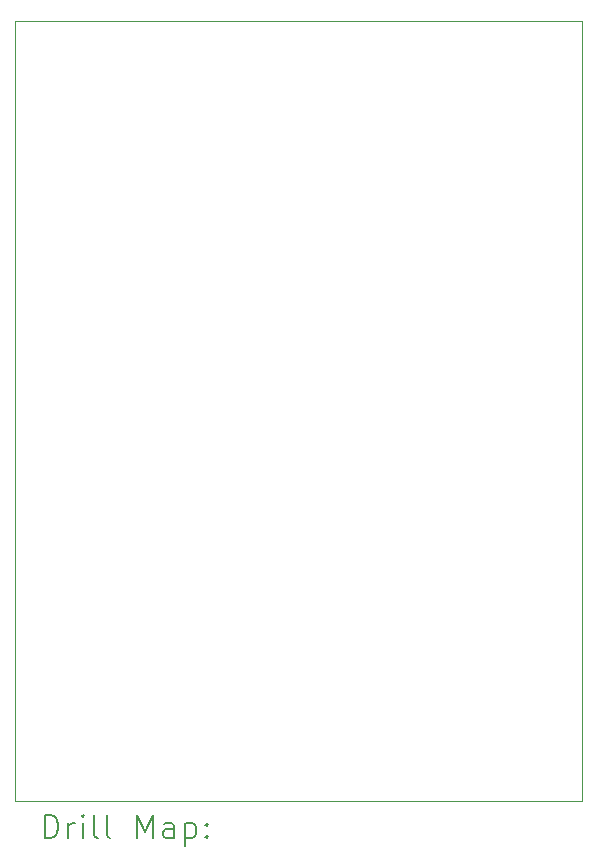
<source format=gbr>
%TF.GenerationSoftware,KiCad,Pcbnew,(6.0.11)*%
%TF.CreationDate,2024-12-29T21:25:45+02:00*%
%TF.ProjectId,LEDdice,4c454464-6963-4652-9e6b-696361645f70,rev?*%
%TF.SameCoordinates,Original*%
%TF.FileFunction,Drillmap*%
%TF.FilePolarity,Positive*%
%FSLAX45Y45*%
G04 Gerber Fmt 4.5, Leading zero omitted, Abs format (unit mm)*
G04 Created by KiCad (PCBNEW (6.0.11)) date 2024-12-29 21:25:45*
%MOMM*%
%LPD*%
G01*
G04 APERTURE LIST*
%ADD10C,0.100000*%
%ADD11C,0.200000*%
G04 APERTURE END LIST*
D10*
X16000000Y-11700000D02*
X16000000Y-5100000D01*
X20800000Y-5100000D02*
X20800000Y-11700000D01*
X16000000Y-5100000D02*
X20800000Y-5100000D01*
X20800000Y-11700000D02*
X16000000Y-11700000D01*
D11*
X16252619Y-12015476D02*
X16252619Y-11815476D01*
X16300238Y-11815476D01*
X16328809Y-11825000D01*
X16347857Y-11844048D01*
X16357381Y-11863095D01*
X16366905Y-11901190D01*
X16366905Y-11929762D01*
X16357381Y-11967857D01*
X16347857Y-11986905D01*
X16328809Y-12005952D01*
X16300238Y-12015476D01*
X16252619Y-12015476D01*
X16452619Y-12015476D02*
X16452619Y-11882143D01*
X16452619Y-11920238D02*
X16462143Y-11901190D01*
X16471667Y-11891667D01*
X16490714Y-11882143D01*
X16509762Y-11882143D01*
X16576428Y-12015476D02*
X16576428Y-11882143D01*
X16576428Y-11815476D02*
X16566905Y-11825000D01*
X16576428Y-11834524D01*
X16585952Y-11825000D01*
X16576428Y-11815476D01*
X16576428Y-11834524D01*
X16700238Y-12015476D02*
X16681190Y-12005952D01*
X16671667Y-11986905D01*
X16671667Y-11815476D01*
X16805000Y-12015476D02*
X16785952Y-12005952D01*
X16776428Y-11986905D01*
X16776428Y-11815476D01*
X17033571Y-12015476D02*
X17033571Y-11815476D01*
X17100238Y-11958333D01*
X17166905Y-11815476D01*
X17166905Y-12015476D01*
X17347857Y-12015476D02*
X17347857Y-11910714D01*
X17338333Y-11891667D01*
X17319286Y-11882143D01*
X17281190Y-11882143D01*
X17262143Y-11891667D01*
X17347857Y-12005952D02*
X17328810Y-12015476D01*
X17281190Y-12015476D01*
X17262143Y-12005952D01*
X17252619Y-11986905D01*
X17252619Y-11967857D01*
X17262143Y-11948809D01*
X17281190Y-11939286D01*
X17328810Y-11939286D01*
X17347857Y-11929762D01*
X17443095Y-11882143D02*
X17443095Y-12082143D01*
X17443095Y-11891667D02*
X17462143Y-11882143D01*
X17500238Y-11882143D01*
X17519286Y-11891667D01*
X17528810Y-11901190D01*
X17538333Y-11920238D01*
X17538333Y-11977381D01*
X17528810Y-11996428D01*
X17519286Y-12005952D01*
X17500238Y-12015476D01*
X17462143Y-12015476D01*
X17443095Y-12005952D01*
X17624048Y-11996428D02*
X17633571Y-12005952D01*
X17624048Y-12015476D01*
X17614524Y-12005952D01*
X17624048Y-11996428D01*
X17624048Y-12015476D01*
X17624048Y-11891667D02*
X17633571Y-11901190D01*
X17624048Y-11910714D01*
X17614524Y-11901190D01*
X17624048Y-11891667D01*
X17624048Y-11910714D01*
M02*

</source>
